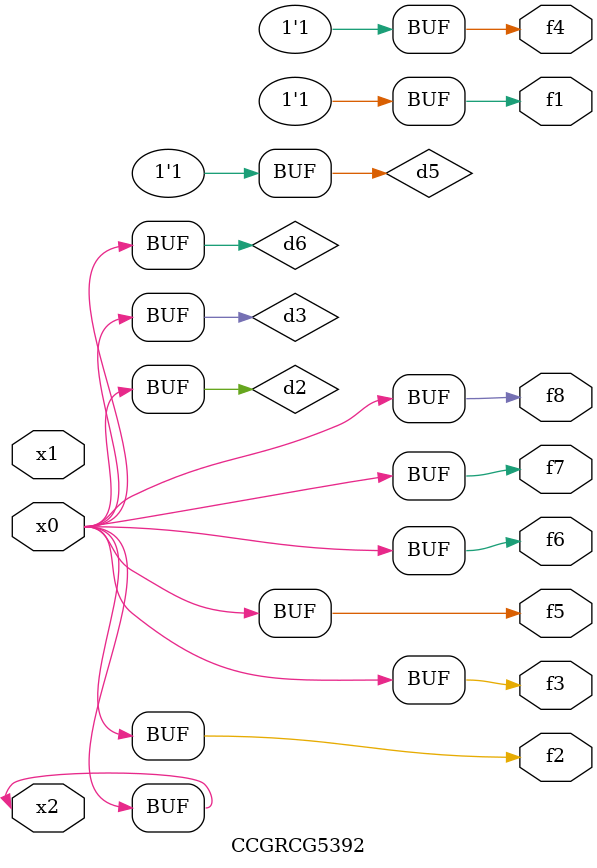
<source format=v>
module CCGRCG5392(
	input x0, x1, x2,
	output f1, f2, f3, f4, f5, f6, f7, f8
);

	wire d1, d2, d3, d4, d5, d6;

	xnor (d1, x2);
	buf (d2, x0, x2);
	and (d3, x0);
	xnor (d4, x1, x2);
	nand (d5, d1, d3);
	buf (d6, d2, d3);
	assign f1 = d5;
	assign f2 = d6;
	assign f3 = d6;
	assign f4 = d5;
	assign f5 = d6;
	assign f6 = d6;
	assign f7 = d6;
	assign f8 = d6;
endmodule

</source>
